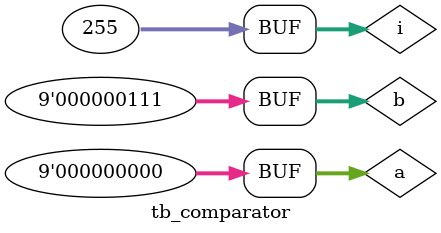
<source format=v>
`include "comparator.v"

module tb_comparator;
  parameter N = 8;
  reg [N:0] a = 8'b00000000;
  reg [N:0] b = 8'b00000111;
  wire o;
  integer i = 0;

  comparator myComp (.inA(a), .inB(b), .out(o) );

  initial
    begin
      $display ( "time A B out" );
      $monitor ( "%g %b %b %b %d" , $time, a, b, o, i);
      for (i=0; i< 255; i = i + 1)
      #5 a = a + 1;
    end
endmodule

</source>
